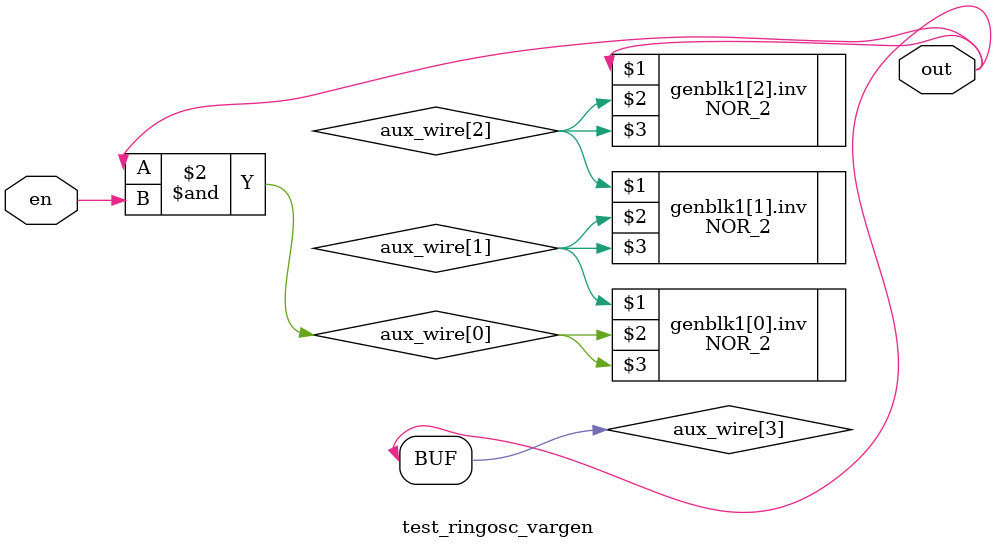
<source format=v>
`timescale 1ns / 1ps


module test_ringosc_vargen(
    input en,
    output out
    );
   
    localparam etapas = 3;
    
    wire aux_wire [etapas:0];
    
    genvar i;
    generate
    for(i=0; i<etapas; i=i+1) begin
        NOR_2 inv(aux_wire[i+1], aux_wire[i], aux_wire[i]);
    end
    endgenerate
    
    assign aux_wire[0] = out & en;
    assign out = aux_wire[etapas];
    //assign in = out;
endmodule

</source>
